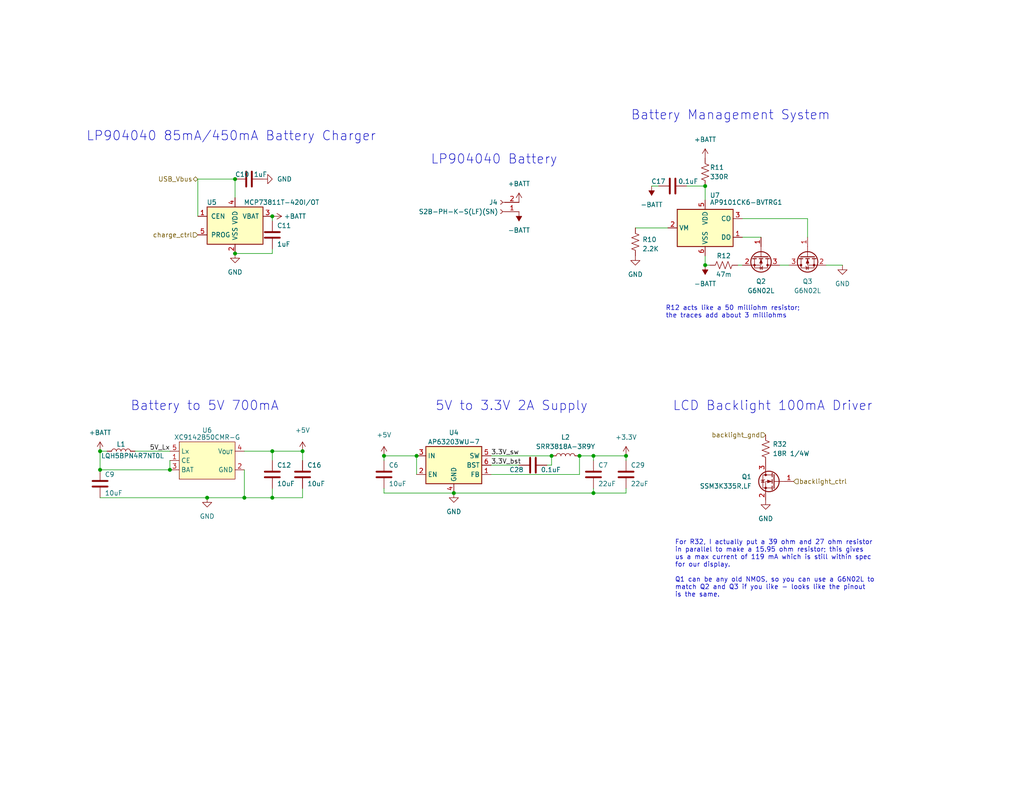
<source format=kicad_sch>
(kicad_sch (version 20230121) (generator eeschema)
  (paper "USLetter")
  (title_block (title "TI-83x Power Supply") (date "2022-10-04") (rev "A") (company "Licensed under CERN-OHL-S v2"))
  (lib_symbols
    (symbol "+5V_1" (power) (pin_names (offset 0))
      (property "Value" "+5V_1" (at 0 3.556 0))
      (symbol "+5V_1_0_1"
        (polyline (pts (xy -0.762 1.27) (xy 0 2.54)))
        (polyline (pts (xy 0 0) (xy 0 2.54)))
        (polyline (pts (xy 0 2.54) (xy 0.762 1.27)))
      )
      (symbol "+5V_1_1_1"
        (pin power_in line (at 0 0 90) (length 0) hide (name "+5V") (number "1"))
      )
    )
    (symbol "Battery_Management:AP9101CK6"
      (property "Reference" "U" (at -7.62 6.35 0))
      (property "Value" "AP9101CK6" (at 7.62 6.35 0))
      (symbol "AP9101CK6_0_1"
        (rectangle (start -7.62 5.08) (end 7.62 -5.08) (stroke (width 0.254)) (fill (type background)))
      )
      (symbol "AP9101CK6_1_1"
        (pin output line (at 10.16 -2.54 180) (length 2.54) (name "DO") (number "1"))
        (pin passive line (at -10.16 0 0) (length 2.54) (name "VM") (number "2"))
        (pin output line (at 10.16 2.54 180) (length 2.54) (name "CO") (number "3"))
        (pin no_connect line (at -7.62 -2.54 0) (length 2.54) hide (name "NC") (number "4"))
        (pin power_in line (at 0 7.62 270) (length 2.54) (name "VDD") (number "5"))
        (pin power_in line (at 0 -7.62 90) (length 2.54) (name "VSS") (number "6"))
      )
    )
    (symbol "Battery_Management:MCP73811T-420I-OT" (pin_names (offset 1.016))
      (property "Reference" "U" (at -6.35 6.35 0))
      (property "Value" "MCP73811T-420I-OT" (at 1.27 6.35 0))
      (symbol "MCP73811T-420I-OT_0_1"
        (rectangle (start -7.62 5.08) (end 7.62 -5.08) (stroke (width 0.254)) (fill (type background)))
      )
      (symbol "MCP73811T-420I-OT_1_1"
        (pin input line (at -10.16 2.54 0) (length 2.54) (name "CEN") (number "1"))
        (pin power_in line (at 0 -7.62 90) (length 2.54) (name "VSS") (number "2"))
        (pin power_out line (at 10.16 2.54 180) (length 2.54) (name "VBAT") (number "3"))
        (pin power_in line (at 0 7.62 270) (length 2.54) (name "VDD") (number "4"))
        (pin input line (at -10.16 -2.54 0) (length 2.54) (name "PROG") (number "5"))
      )
    )
    (symbol "Connector:Conn_01x02_Female" (pin_names (offset 1.016) hide)
      (property "Reference" "J" (at 0 2.54 0))
      (property "Value" "Conn_01x02_Female" (at 0 -5.08 0))
      (symbol "Conn_01x02_Female_1_1"
        (arc (start 0 -2.032) (mid -0.5058 -2.54) (end 0 -3.048) (stroke (width 0.1524)))
        (polyline (pts (xy -1.27 -2.54) (xy -0.508 -2.54)) (stroke (width 0.1524)))
        (polyline (pts (xy -1.27 0) (xy -0.508 0)) (stroke (width 0.1524)))
        (arc (start 0 0.508) (mid -0.5058 0) (end 0 -0.508) (stroke (width 0.1524)))
        (pin passive line (at -5.08 0 0) (length 3.81) (name "Pin_1") (number "1"))
        (pin passive line (at -5.08 -2.54 0) (length 3.81) (name "Pin_2") (number "2"))
      )
    )
    (symbol "Device:C" (pin_numbers hide) (pin_names (offset 0.254))
      (property "Reference" "C" (at 0.635 2.54 0))
      (property "Value" "C" (at 0.635 -2.54 0))
      (symbol "C_0_1"
        (polyline (pts (xy -2.032 -0.762) (xy 2.032 -0.762)) (stroke (width 0.508)))
        (polyline (pts (xy -2.032 0.762) (xy 2.032 0.762)) (stroke (width 0.508)))
      )
      (symbol "C_1_1"
        (pin passive line (at 0 3.81 270) (length 2.794) (name "~") (number "1"))
        (pin passive line (at 0 -3.81 90) (length 2.794) (name "~") (number "2"))
      )
    )
    (symbol "Device:L" (pin_numbers hide) (pin_names (offset 1.016) hide)
      (property "Reference" "L" (at -1.27 0 90))
      (property "Value" "L" (at 1.905 0 90))
      (symbol "L_0_1"
        (arc (start 0 -2.54) (mid 0.6323 -1.905) (end 0 -1.27))
        (arc (start 0 -1.27) (mid 0.6323 -0.635) (end 0 0))
        (arc (start 0 0) (mid 0.6323 0.635) (end 0 1.27))
        (arc (start 0 1.27) (mid 0.6323 1.905) (end 0 2.54))
      )
      (symbol "L_1_1"
        (pin passive line (at 0 3.81 270) (length 1.27) (name "1") (number "1"))
        (pin passive line (at 0 -3.81 90) (length 1.27) (name "2") (number "2"))
      )
    )
    (symbol "Device:Q_NMOS_GSD" (pin_names (offset 0) hide)
      (property "Reference" "Q" (at 5.08 1.27 0))
      (property "Value" "Q_NMOS_GSD" (at 5.08 -1.27 0))
      (symbol "Q_NMOS_GSD_0_1"
        (polyline (pts (xy 0.254 0) (xy -2.54 0)))
        (polyline (pts (xy 0.254 1.905) (xy 0.254 -1.905)) (stroke (width 0.254)))
        (polyline (pts (xy 0.762 -1.27) (xy 0.762 -2.286)) (stroke (width 0.254)))
        (polyline (pts (xy 0.762 0.508) (xy 0.762 -0.508)) (stroke (width 0.254)))
        (polyline (pts (xy 0.762 2.286) (xy 0.762 1.27)) (stroke (width 0.254)))
        (polyline (pts (xy 2.54 2.54) (xy 2.54 1.778)))
        (polyline (pts (xy 2.54 -2.54) (xy 2.54 0) (xy 0.762 0)))
        (polyline (pts (xy 0.762 -1.778) (xy 3.302 -1.778) (xy 3.302 1.778) (xy 0.762 1.778)))
        (polyline (pts (xy 1.016 0) (xy 2.032 0.381) (xy 2.032 -0.381) (xy 1.016 0)) (fill (type outline)))
        (polyline (pts (xy 2.794 0.508) (xy 2.921 0.381) (xy 3.683 0.381) (xy 3.81 0.254)))
        (polyline (pts (xy 3.302 0.381) (xy 2.921 -0.254) (xy 3.683 -0.254) (xy 3.302 0.381)))
        (circle (center 1.651 0) (radius 2.794) (stroke (width 0.254)))
        (circle (center 2.54 -1.778) (radius 0.254) (fill (type outline)))
        (circle (center 2.54 1.778) (radius 0.254) (fill (type outline)))
      )
      (symbol "Q_NMOS_GSD_1_1"
        (pin input line (at -5.08 0 0) (length 2.54) (name "G") (number "1"))
        (pin passive line (at 2.54 -5.08 90) (length 2.54) (name "S") (number "2"))
        (pin passive line (at 2.54 5.08 270) (length 2.54) (name "D") (number "3"))
      )
    )
    (symbol "Device:R_US" (pin_numbers hide) (pin_names (offset 0))
      (property "Reference" "R" (at 2.54 0 90))
      (property "Value" "R_US" (at -2.54 0 90))
      (symbol "R_US_0_1"
        (polyline (pts (xy 0 -2.286) (xy 0 -2.54)))
        (polyline (pts (xy 0 2.286) (xy 0 2.54)))
        (polyline (pts (xy 0 -0.762) (xy 1.016 -1.143) (xy 0 -1.524) (xy -1.016 -1.905) (xy 0 -2.286)))
        (polyline (pts (xy 0 0.762) (xy 1.016 0.381) (xy 0 0) (xy -1.016 -0.381) (xy 0 -0.762)))
        (polyline (pts (xy 0 2.286) (xy 1.016 1.905) (xy 0 1.524) (xy -1.016 1.143) (xy 0 0.762)))
      )
      (symbol "R_US_1_1"
        (pin passive line (at 0 3.81 270) (length 1.27) (name "~") (number "1"))
        (pin passive line (at 0 -3.81 90) (length 1.27) (name "~") (number "2"))
      )
    )
    (symbol "Regulator_Switching:AP63203WU"
      (property "Reference" "U" (at -7.62 6.35 0))
      (property "Value" "AP63203WU" (at 2.54 6.35 0))
      (symbol "AP63203WU_0_1"
        (rectangle (start -7.62 5.08) (end 7.62 -5.08) (stroke (width 0.254)) (fill (type background)))
      )
      (symbol "AP63203WU_1_1"
        (pin input line (at 10.16 -2.54 180) (length 2.54) (name "FB") (number "1"))
        (pin input line (at -10.16 -2.54 0) (length 2.54) (name "EN") (number "2"))
        (pin power_in line (at -10.16 2.54 0) (length 2.54) (name "IN") (number "3"))
        (pin power_in line (at 0 -7.62 90) (length 2.54) (name "GND") (number "4"))
        (pin output line (at 10.16 2.54 180) (length 2.54) (name "SW") (number "5"))
        (pin passive line (at 10.16 0 180) (length 2.54) (name "BST") (number "6"))
      )
    )
    (symbol "Regulator_Switching_User:XC9142"
      (property "Reference" "U" (at 0 3.81 0))
      (property "Value" "XC9142" (at 0 1.27 0))
      (symbol "XC9142_0_1"
        (rectangle (start -7.62 0) (end 7.62 -10.16) (fill (type background)))
      )
      (symbol "XC9142_1_1"
        (pin input line (at -10.16 -5.08 0) (length 2.54) (name "CE") (number "1"))
        (pin power_in line (at 10.16 -7.62 180) (length 2.54) (name "GND") (number "2"))
        (pin power_in line (at -10.16 -7.62 0) (length 2.54) (name "BAT") (number "3"))
        (pin power_out line (at 10.16 -2.54 180) (length 2.54) (name "V_{OUT}") (number "4"))
        (pin input line (at -10.16 -2.54 0) (length 2.54) (name "Lx") (number "5"))
      )
    )
    (symbol "Transistor_FET:DMN2056U" (pin_names hide)
      (property "Reference" "Q" (at 5.08 1.905 0))
      (property "Value" "DMN2056U" (at 5.08 0 0))
      (symbol "DMN2056U_0_1"
        (polyline (pts (xy 0.254 0) (xy -2.54 0)))
        (polyline (pts (xy 0.254 1.905) (xy 0.254 -1.905)) (stroke (width 0.254)))
        (polyline (pts (xy 0.762 -1.27) (xy 0.762 -2.286)) (stroke (width 0.254)))
        (polyline (pts (xy 0.762 0.508) (xy 0.762 -0.508)) (stroke (width 0.254)))
        (polyline (pts (xy 0.762 2.286) (xy 0.762 1.27)) (stroke (width 0.254)))
        (polyline (pts (xy 2.54 2.54) (xy 2.54 1.778)))
        (polyline (pts (xy 2.54 -2.54) (xy 2.54 0) (xy 0.762 0)))
        (polyline (pts (xy 0.762 -1.778) (xy 3.302 -1.778) (xy 3.302 1.778) (xy 0.762 1.778)))
        (polyline (pts (xy 1.016 0) (xy 2.032 0.381) (xy 2.032 -0.381) (xy 1.016 0)) (fill (type outline)))
        (polyline (pts (xy 2.794 0.508) (xy 2.921 0.381) (xy 3.683 0.381) (xy 3.81 0.254)))
        (polyline (pts (xy 3.302 0.381) (xy 2.921 -0.254) (xy 3.683 -0.254) (xy 3.302 0.381)))
        (circle (center 1.651 0) (radius 2.794) (stroke (width 0.254)))
        (circle (center 2.54 -1.778) (radius 0.254) (fill (type outline)))
        (circle (center 2.54 1.778) (radius 0.254) (fill (type outline)))
      )
      (symbol "DMN2056U_1_1"
        (pin input line (at -5.08 0 0) (length 2.54) (name "G") (number "1"))
        (pin passive line (at 2.54 -5.08 90) (length 2.54) (name "S") (number "2"))
        (pin passive line (at 2.54 5.08 270) (length 2.54) (name "D") (number "3"))
      )
    )
    (symbol "power:+3.3V" (power) (pin_names (offset 0))
      (property "Value" "+3.3V" (at 0 3.556 0))
      (symbol "+3.3V_0_1"
        (polyline (pts (xy -0.762 1.27) (xy 0 2.54)))
        (polyline (pts (xy 0 0) (xy 0 2.54)))
        (polyline (pts (xy 0 2.54) (xy 0.762 1.27)))
      )
      (symbol "+3.3V_1_1"
        (pin power_in line (at 0 0 90) (length 0) hide (name "+3.3V") (number "1"))
      )
    )
    (symbol "power:+BATT" (power) (pin_names (offset 0))
      (property "Value" "+BATT" (at 0 3.556 0))
      (symbol "+BATT_0_1"
        (polyline (pts (xy -0.762 1.27) (xy 0 2.54)))
        (polyline (pts (xy 0 0) (xy 0 2.54)))
        (polyline (pts (xy 0 2.54) (xy 0.762 1.27)))
      )
      (symbol "+BATT_1_1"
        (pin power_in line (at 0 0 90) (length 0) hide (name "+BATT") (number "1"))
      )
    )
    (symbol "power:-BATT" (power) (pin_names (offset 0))
      (property "Value" "-BATT" (at 0 3.556 0))
      (symbol "-BATT_0_1"
        (polyline (pts (xy 0 0) (xy 0 2.54)))
        (polyline (pts (xy 0.762 1.27) (xy -0.762 1.27) (xy 0 2.54) (xy 0.762 1.27)) (fill (type outline)))
      )
      (symbol "-BATT_1_1"
        (pin power_in line (at 0 0 90) (length 0) hide (name "-BATT") (number "1"))
      )
    )
    (symbol "power:GND" (power) (pin_names (offset 0))
      (property "Value" "GND" (at 0 -3.81 0))
      (symbol "GND_0_1"
        (polyline (pts (xy 0 0) (xy 0 -1.27) (xy 1.27 -1.27) (xy 0 -2.54) (xy -1.27 -1.27) (xy 0 -1.27)))
      )
      (symbol "GND_1_1"
        (pin power_in line (at 0 0 270) (length 0) hide (name "GND") (number "1"))
      )
    )
  )
  (junction (at 27.305 123.19))
  (junction (at 56.515 135.89))
  (junction (at 64.135 48.895))
  (junction (at 74.295 123.19))
  (junction (at 82.55 123.19))
  (junction (at 113.665 124.46))
  (junction (at 27.305 128.27))
  (junction (at 46.355 128.27))
  (junction (at 158.115 124.46))
  (junction (at 74.295 59.055))
  (junction (at 123.825 134.62))
  (junction (at 104.775 124.46))
  (junction (at 161.925 134.62))
  (junction (at 150.495 124.46))
  (junction (at 192.405 72.39))
  (junction (at 66.675 135.89))
  (junction (at 192.405 50.8))
  (junction (at 161.925 124.46))
  (junction (at 64.135 69.215))
  (junction (at 170.815 124.46))
  (junction (at 74.295 135.89))
  (wire (pts (xy 36.83 123.19) (xy 46.355 123.19)))
  (wire (pts (xy 82.55 135.89) (xy 74.295 135.89)))
  (wire (pts (xy 158.115 129.54) (xy 158.115 124.46)))
  (wire (pts (xy 74.295 135.89) (xy 74.295 133.35)))
  (wire (pts (xy 74.295 60.325) (xy 74.295 59.055)))
  (wire (pts (xy 170.815 134.62) (xy 161.925 134.62)))
  (wire (pts (xy 53.975 48.895) (xy 64.135 48.895)))
  (wire (pts (xy 82.55 125.73) (xy 82.55 123.19)))
  (wire (pts (xy 161.925 134.62) (xy 123.825 134.62)))
  (wire (pts (xy 104.775 124.46) (xy 113.665 124.46)))
  (wire (pts (xy 56.515 135.89) (xy 27.305 135.89)))
  (wire (pts (xy 104.775 133.35) (xy 104.775 134.62)))
  (wire (pts (xy 229.87 72.39) (xy 225.425 72.39)))
  (wire (pts (xy 27.305 128.27) (xy 46.355 128.27)))
  (wire (pts (xy 46.355 125.73) (xy 46.355 128.27)))
  (wire (pts (xy 53.975 48.895) (xy 53.975 59.055)))
  (wire (pts (xy 150.495 124.46) (xy 133.985 124.46)))
  (wire (pts (xy 149.225 127) (xy 150.495 127)))
  (wire (pts (xy 27.305 123.19) (xy 29.21 123.19)))
  (wire (pts (xy 74.295 123.19) (xy 74.295 125.73)))
  (wire (pts (xy 66.675 135.89) (xy 74.295 135.89)))
  (wire (pts (xy 161.925 124.46) (xy 170.815 124.46)))
  (wire (pts (xy 192.405 50.8) (xy 192.405 54.61)))
  (wire (pts (xy 170.815 125.73) (xy 170.815 124.46)))
  (wire (pts (xy 192.405 72.39) (xy 193.675 72.39)))
  (wire (pts (xy 150.495 127) (xy 150.495 124.46)))
  (wire (pts (xy 202.565 59.69) (xy 220.345 59.69)))
  (wire (pts (xy 66.675 128.27) (xy 66.675 135.89)))
  (wire (pts (xy 56.515 135.89) (xy 66.675 135.89)))
  (wire (pts (xy 82.55 133.35) (xy 82.55 135.89)))
  (wire (pts (xy 64.135 48.895) (xy 64.135 53.975)))
  (wire (pts (xy 161.925 125.73) (xy 161.925 124.46)))
  (wire (pts (xy 212.725 72.39) (xy 215.265 72.39)))
  (wire (pts (xy 27.305 123.19) (xy 27.305 128.27)))
  (wire (pts (xy 104.775 134.62) (xy 123.825 134.62)))
  (wire (pts (xy 82.55 123.19) (xy 74.295 123.19)))
  (wire (pts (xy 187.325 50.8) (xy 192.405 50.8)))
  (wire (pts (xy 170.815 133.35) (xy 170.815 134.62)))
  (wire (pts (xy 177.8 50.8) (xy 179.705 50.8)))
  (wire (pts (xy 74.295 69.215) (xy 64.135 69.215)))
  (wire (pts (xy 161.925 133.35) (xy 161.925 134.62)))
  (wire (pts (xy 133.985 129.54) (xy 158.115 129.54)))
  (wire (pts (xy 158.115 124.46) (xy 161.925 124.46)))
  (wire (pts (xy 74.295 67.945) (xy 74.295 69.215)))
  (wire (pts (xy 104.775 125.73) (xy 104.775 124.46)))
  (wire (pts (xy 133.985 127) (xy 141.605 127)))
  (wire (pts (xy 113.665 124.46) (xy 113.665 129.54)))
  (wire (pts (xy 173.355 62.23) (xy 182.245 62.23)))
  (wire (pts (xy 192.405 72.39) (xy 192.405 69.85)))
  (wire (pts (xy 66.675 123.19) (xy 74.295 123.19)))
  (wire (pts (xy 220.345 59.69) (xy 220.345 64.77)))
  (wire (pts (xy 202.565 64.77) (xy 207.645 64.77)))
  (wire (pts (xy 201.295 72.39) (xy 202.565 72.39)))
  (text "Battery Management System" (at 172.085 33.02 0) (effects (font (size 2.54 2.54)) (justify left bottom)))
  (text "5V to 3.3V 2A Supply" (at 118.745 112.395 0) (effects (font (size 2.54 2.54)) (justify left bottom)))
  (text "LP904040 Battery" (at 117.475 45.085 0) (effects (font (size 2.54 2.54)) (justify left bottom)))
  (text "For R32, I actually put a 39 ohm and 27 ohm resistor\nin parallel to make a 15.95 ohm resistor; this gives\nus a max current of 119 mA which is still within spec\nfor our display.\n\nQ1 can be any old NMOS, so you can use a G6N02L to\nmatch Q2 and Q3 if you like - looks like the pinout\nis the same." (at 184.15 163.195 0) (effects (font (size 1.27 1.27)) (justify left bottom)))
  (text "LP904040 85mA/450mA Battery Charger" (at 23.495 38.735 0) (effects (font (size 2.54 2.54)) (justify left bottom)))
  (text "R12 acts like a 50 milliohm resistor;\nthe traces add about 3 milliohms" (at 181.61 86.995 0) (effects (font (size 1.27 1.27)) (justify left bottom)))
  (text "Battery to 5V 700mA" (at 35.56 112.395 0) (effects (font (size 2.54 2.54)) (justify left bottom)))
  (text "LCD Backlight 100mA Driver" (at 183.515 112.395 0) (effects (font (size 2.54 2.54)) (justify left bottom)))
  (label "5V_Lx" (at 46.355 123.19 180))
  (label "3.3V_sw" (at 133.985 124.46 0))
  (label "3.3V_bst" (at 133.985 127 0))
  (hierarchical_label "USB_Vbus" (shape bidirectional) (at 53.975 48.895 180))
  (hierarchical_label "backlight_ctrl" (shape input) (at 216.535 131.445 0))
  (hierarchical_label "backlight_gnd" (shape input) (at 208.915 118.745 180))
  (hierarchical_label "charge_ctrl" (shape input) (at 53.975 64.135 180))
  (symbol (lib_id "Device:C") (at 183.515 50.8 90) (unit 1)
    (property "Reference" "C17" (at 181.61 49.53 90) (effects (justify left)))
    (property "Value" "0.1uF" (at 190.5 49.53 90) (effects (justify left)))
    (property "Footprint" "Capacitor_SMD:C_0603_1608Metric_Pad1.08x0.95mm_HandSolder" (effects hide))
  )
  (symbol (lib_id "power:-BATT") (at 192.405 72.39 180) (unit 1)
    (property "Reference" "#PWR041" (effects hide))
    (property "Value" "-BATT" (at 192.405 77.47 0))
  )
  (symbol (lib_id "power:GND") (at 56.515 135.89 0) (unit 1)
    (property "Reference" "#PWR025" (effects hide))
    (property "Value" "GND" (at 56.515 140.97 0))
  )
  (symbol (lib_id "Device:C") (at 67.945 48.895 270) (unit 1)
    (property "Reference" "C10" (at 64.135 47.625 90) (effects (justify left)))
    (property "Value" "1uF" (at 69.215 47.625 90) (effects (justify left)))
    (property "Footprint" "Capacitor_SMD:C_0603_1608Metric_Pad1.08x0.95mm_HandSolder" (effects hide))
  )
  (symbol (lib_id "Device:C") (at 161.925 129.54 0) (unit 1)
    (property "Reference" "C7" (at 163.195 127 0) (effects (justify left)))
    (property "Value" "22uF" (at 163.195 132.08 0) (effects (justify left)))
    (property "Footprint" "Capacitor_SMD:C_0603_1608Metric_Pad1.08x0.95mm_HandSolder" (effects hide))
  )
  (symbol (lib_id "power:+3.3V") (at 170.815 124.46 0) (unit 1)
    (property "Reference" "#PWR030" (effects hide))
    (property "Value" "+3.3V" (at 170.815 119.38 0))
  )
  (symbol (lib_id "power:GND") (at 173.355 69.85 0) (unit 1)
    (property "Reference" "#PWR038" (effects hide))
    (property "Value" "GND" (at 173.355 74.93 0))
  )
  (symbol (lib_id "power:GND") (at 71.755 48.895 90) (unit 1)
    (property "Reference" "#PWR031" (effects hide))
    (property "Value" "GND" (at 75.565 48.8949 90) (effects (justify right)))
  )
  (symbol (lib_id "Device:C") (at 74.295 129.54 0) (unit 1)
    (property "Reference" "C12" (at 75.565 127 0) (effects (justify left)))
    (property "Value" "10uF" (at 75.565 132.08 0) (effects (justify left)))
    (property "Footprint" "Capacitor_SMD:C_0603_1608Metric_Pad1.08x0.95mm_HandSolder" (effects hide))
  )
  (symbol (lib_id "Connector:Conn_01x02_Female") (at 136.525 57.785 180) (unit 1)
    (property "Reference" "J4" (at 134.62 55.245 0))
    (property "Value" "S2B-PH-K-S(LF)(SN)" (at 125.095 57.785 0))
    (property "Footprint" "Connector_JST:JST_PH_S2B-PH-K_1x02_P2.00mm_Horizontal" (effects hide))
  )
  (symbol (lib_id "power:GND") (at 208.915 136.525 0) (unit 1)
    (property "Reference" "#PWR088" (effects hide))
    (property "Value" "GND" (at 208.915 141.605 0))
  )
  (symbol (lib_id "Transistor_FET:DMN2056U") (at 220.345 69.85 90) (mirror x) (unit 1)
    (property "Reference" "Q3" (at 220.345 76.835 90))
    (property "Value" "G6N02L" (at 220.345 79.375 90))
    (property "Footprint" "Package_TO_SOT_SMD:SOT-23" (effects hide))
    (property "Datasheet" "http://www.diodes.com/assets/Datasheets/DMN2056U.pdf" (effects hide))
  )
  (symbol (lib_id "power:GND") (at 123.825 134.62 0) (unit 1)
    (property "Reference" "#PWR032" (effects hide))
    (property "Value" "GND" (at 123.825 139.7 0))
  )
  (symbol (lib_id "power:+BATT") (at 74.295 59.055 270) (unit 1)
    (property "Reference" "#PWR033" (effects hide))
    (property "Value" "+BATT" (at 77.47 59.0549 90) (effects (justify left)))
  )
  (symbol (lib_id "Device:L") (at 33.02 123.19 90) (unit 1)
    (property "Reference" "L1" (at 33.02 121.285 90))
    (property "Value" "LQH5BPN4R7NT0L" (at 36.195 124.46 90))
    (property "Footprint" "Inductor_SMD:L_Bourns_SRN6045TA" (effects hide))
  )
  (symbol (lib_name "+5V_1") (lib_id "power:+5V") (at 104.775 124.46 0) (unit 1)
    (property "Reference" "#PWR035" (effects hide))
    (property "Value" "+5V" (at 104.775 118.745 0))
  )
  (symbol (lib_name "+5V_1") (lib_id "power:+5V") (at 82.55 123.19 0) (unit 1)
    (property "Reference" "#PWR034" (effects hide))
    (property "Value" "+5V" (at 82.55 117.475 0))
  )
  (symbol (lib_id "Device:R_US") (at 173.355 66.04 0) (unit 1)
    (property "Reference" "R10" (at 175.26 65.405 0) (effects (justify left)))
    (property "Value" "2.2K" (at 175.26 67.945 0) (effects (justify left)))
    (property "Footprint" "Resistor_SMD:R_0603_1608Metric_Pad0.98x0.95mm_HandSolder" (effects hide))
  )
  (symbol (lib_id "Device:C") (at 104.775 129.54 0) (unit 1)
    (property "Reference" "C6" (at 106.045 127 0) (effects (justify left)))
    (property "Value" "10uF" (at 106.045 132.08 0) (effects (justify left)))
    (property "Footprint" "Capacitor_SMD:C_0603_1608Metric_Pad1.08x0.95mm_HandSolder" (effects hide))
  )
  (symbol (lib_id "Device:C") (at 170.815 129.54 0) (unit 1)
    (property "Reference" "C29" (at 172.085 127 0) (effects (justify left)))
    (property "Value" "22uF" (at 172.085 132.08 0) (effects (justify left)))
    (property "Footprint" "Capacitor_SMD:C_0603_1608Metric_Pad1.08x0.95mm_HandSolder" (effects hide))
  )
  (symbol (lib_id "Battery_Management:MCP73811T-420I-OT") (at 64.135 61.595 0) (unit 1)
    (property "Reference" "U5" (at 57.785 55.245 0))
    (property "Value" "MCP73811T-420I/OT" (at 76.835 55.245 0))
    (property "Footprint" "Package_TO_SOT_SMD:SOT-23-5" (effects hide))
    (property "Datasheet" "http://ww1.microchip.com/downloads/en/DeviceDoc/22036b.pdf" (effects hide))
  )
  (symbol (lib_id "Device:C") (at 27.305 132.08 0) (unit 1)
    (property "Reference" "C9" (at 28.575 129.54 0) (effects (justify left)))
    (property "Value" "10uF" (at 28.575 134.62 0) (effects (justify left)))
    (property "Footprint" "Capacitor_SMD:C_0603_1608Metric_Pad1.08x0.95mm_HandSolder" (effects hide))
  )
  (symbol (lib_id "power:GND") (at 64.135 69.215 0) (unit 1)
    (property "Reference" "#PWR029" (effects hide))
    (property "Value" "GND" (at 64.135 74.295 0))
  )
  (symbol (lib_id "power:-BATT") (at 177.8 50.8 180) (unit 1)
    (property "Reference" "#PWR039" (effects hide))
    (property "Value" "-BATT" (at 177.8 55.88 0))
  )
  (symbol (lib_id "Device:R_US") (at 192.405 46.99 0) (unit 1)
    (property "Reference" "R11" (at 193.675 45.72 0) (effects (justify left)))
    (property "Value" "330R" (at 193.675 48.26 0) (effects (justify left)))
    (property "Footprint" "Resistor_SMD:R_0603_1608Metric_Pad0.98x0.95mm_HandSolder" (effects hide))
  )
  (symbol (lib_id "Device:C") (at 82.55 129.54 0) (unit 1)
    (property "Reference" "C16" (at 83.82 127 0) (effects (justify left)))
    (property "Value" "10uF" (at 83.82 132.08 0) (effects (justify left)))
    (property "Footprint" "Capacitor_SMD:C_0603_1608Metric_Pad1.08x0.95mm_HandSolder" (effects hide))
  )
  (symbol (lib_id "Device:R_US") (at 208.915 122.555 0) (unit 1)
    (property "Reference" "R32" (at 210.82 121.2849 0) (effects (justify left)))
    (property "Value" "18R 1/4W" (at 210.82 123.8249 0) (effects (justify left)))
    (property "Footprint" "Resistor_SMD:R_0603_1608Metric_Pad0.98x0.95mm_HandSolder" (effects hide))
  )
  (symbol (lib_id "power:+BATT") (at 27.305 123.19 0) (unit 1)
    (property "Reference" "#PWR04" (effects hide))
    (property "Value" "+BATT" (at 27.305 118.11 0))
  )
  (symbol (lib_id "Regulator_Switching:AP63203WU") (at 123.825 127 0) (unit 1)
    (property "Reference" "U4" (at 123.825 118.11 0))
    (property "Value" "AP63203WU-7" (at 123.825 120.65 0))
    (property "Footprint" "Package_TO_SOT_SMD:TSOT-23-6" (effects hide))
    (property "Datasheet" "https://www.diodes.com/assets/Datasheets/AP63200-AP63201-AP63203-AP63205.pdf" (effects hide))
  )
  (symbol (lib_id "Device:C") (at 145.415 127 90) (unit 1)
    (property "Reference" "C28" (at 142.875 128.27 90) (effects (justify left)))
    (property "Value" "0.1uF" (at 153.035 128.27 90) (effects (justify left)))
    (property "Footprint" "Capacitor_SMD:C_0603_1608Metric_Pad1.08x0.95mm_HandSolder" (effects hide))
  )
  (symbol (lib_id "power:GND") (at 229.87 72.39 0) (unit 1)
    (property "Reference" "#PWR042" (effects hide))
    (property "Value" "GND" (at 229.87 77.47 0))
  )
  (symbol (lib_id "Regulator_Switching_User:XC9142") (at 56.515 120.65 0) (unit 1)
    (property "Reference" "U6" (at 56.515 117.475 0))
    (property "Value" "XC9142B50CMR-G" (at 56.515 119.38 0))
    (property "Footprint" "Package_TO_SOT_SMD:SOT-23-5_HandSoldering" (effects hide))
    (property "Datasheet" "https://www.torexsemi.com/file/xc9141/XC9141-XC9142.pdf" (effects hide))
  )
  (symbol (lib_id "Device:Q_NMOS_GSD") (at 211.455 131.445 0) (mirror y) (unit 1)
    (property "Reference" "Q1" (at 205.105 130.1749 0) (effects (justify left)))
    (property "Value" "SSM3K335R,LF" (at 205.105 132.7149 0) (effects (justify left)))
    (property "Footprint" "Package_TO_SOT_SMD:SOT-23" (effects hide))
  )
  (symbol (lib_id "Device:R_US") (at 197.485 72.39 90) (unit 1)
    (property "Reference" "R12" (at 197.485 69.85 90))
    (property "Value" "47m" (at 197.485 74.93 90))
    (property "Footprint" "Resistor_SMD:R_0603_1608Metric_Pad0.98x0.95mm_HandSolder" (effects hide))
  )
  (symbol (lib_id "power:-BATT") (at 141.605 57.785 180) (unit 1)
    (property "Reference" "#PWR037" (effects hide))
    (property "Value" "-BATT" (at 141.605 62.865 0))
  )
  (symbol (lib_id "Device:L") (at 154.305 124.46 90) (unit 1)
    (property "Reference" "L2" (at 154.305 119.38 90))
    (property "Value" "SRR3818A-3R9Y" (at 154.305 121.92 90))
    (property "Footprint" "Inductor_SMD:L_Bourns-SRN4018" (effects hide))
  )
  (symbol (lib_id "Transistor_FET:DMN2056U") (at 207.645 69.85 270) (unit 1)
    (property "Reference" "Q2" (at 207.645 76.835 90))
    (property "Value" "G6N02L" (at 207.645 79.375 90))
    (property "Footprint" "Package_TO_SOT_SMD:SOT-23" (effects hide))
    (property "Datasheet" "http://www.diodes.com/assets/Datasheets/DMN2056U.pdf" (effects hide))
  )
  (symbol (lib_id "power:+BATT") (at 192.405 43.18 0) (unit 1)
    (property "Reference" "#PWR040" (effects hide))
    (property "Value" "+BATT" (at 192.405 38.1 0))
  )
  (symbol (lib_id "power:+BATT") (at 141.605 55.245 0) (unit 1)
    (property "Reference" "#PWR036" (effects hide))
    (property "Value" "+BATT" (at 141.605 50.165 0))
  )
  (symbol (lib_id "Battery_Management:AP9101CK6") (at 192.405 62.23 0) (unit 1)
    (property "Reference" "U7" (at 193.675 53.34 0) (effects (justify left)))
    (property "Value" "AP9101CK6-BVTRG1" (at 193.675 55.245 0) (effects (justify left)))
    (property "Footprint" "Package_TO_SOT_SMD:SOT-23-6" (effects hide))
    (property "Datasheet" "https://www.diodes.com/assets/Datasheets/AP9101C.pdf" (effects hide))
  )
  (symbol (lib_id "Device:C") (at 74.295 64.135 0) (unit 1)
    (property "Reference" "C11" (at 75.565 61.595 0) (effects (justify left)))
    (property "Value" "1uF" (at 75.565 66.675 0) (effects (justify left)))
    (property "Footprint" "Capacitor_SMD:C_0603_1608Metric_Pad1.08x0.95mm_HandSolder" (effects hide))
  )
)
</source>
